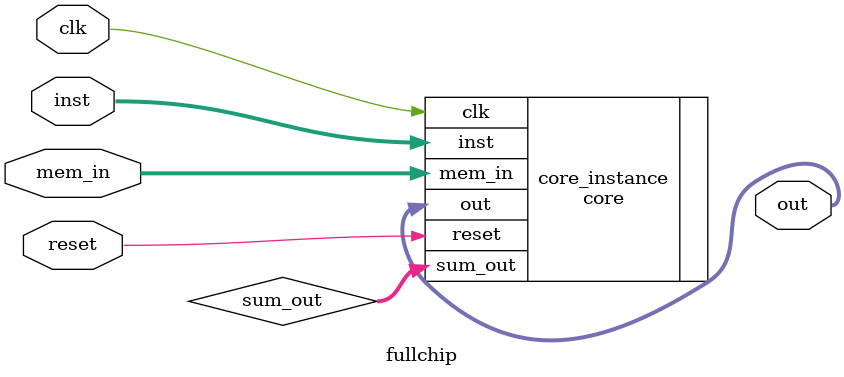
<source format=v>
module fullchip (clk, mem_in, inst, reset, out);

parameter col = 8;
parameter bw = 8;
parameter bw_psum = 2*bw+4;
parameter pr = 8;

input  clk; 
input  [pr*bw-1:0] mem_in; 
input  [16:0] inst; 
input  reset;
output [col*bw_psum-1:0] out;

wire [bw_psum+3:0] sum_out;


core #(.bw(bw), .bw_psum(bw_psum), .col(col), .pr(pr)) core_instance (
      .reset(reset), 
      .clk(clk), 
      .mem_in(mem_in), 
      .inst(inst),
      .out(out),
      .sum_out(sum_out)
);

endmodule

</source>
